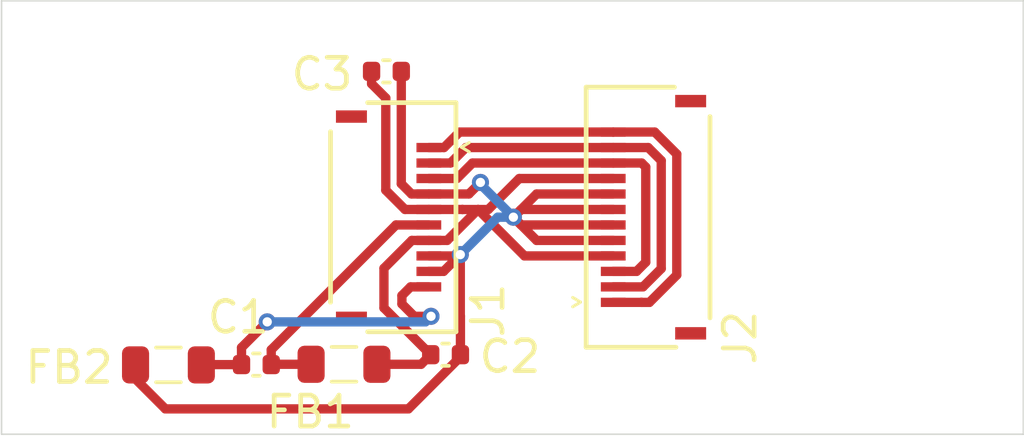
<source format=kicad_pcb>
(kicad_pcb (version 20241229) (generator "pcbnew") (generator_version "9.0")
  (title_block (title "Daughterboard") (date "2024-07-26") (rev "4"))
  (layers (0 "F.Cu" signal) (2 "B.Cu" signal) (13 "F.Paste" user) (15 "B.Paste" user) (5 "F.SilkS" user "F.Silkscreen") (7 "B.SilkS" user "B.Silkscreen") (1 "F.Mask" user) (3 "B.Mask" user) (25 "Edge.Cuts" user))
  (net 0 "")
  (net 1 "/VDDA")
  (net 2 "/VSSA")
  (net 3 "GND")
  (net 4 "/VDD")
  (net 5 "/SPI_CS")
  (net 6 "/SPI_SDI")
  (net 7 "/SPI_CLK")
  (footprint "Capacitor_SMD:C_0402_1005Metric" (layer "F.Cu") (at 119.72 103.87)
    (property "Reference" "C2" (at 2.08 0.06 0) (layer "F.SilkS"))
    (property "Value" "1u")
    (fp_line (start -0.107836 -0.36) (end 0.107836 -0.36) (stroke (width 0.12)) (layer "F.SilkS"))
    (fp_line (start -0.107836 0.36) (end 0.107836 0.36) (stroke (width 0.12)) (layer "F.SilkS"))
    (pad "1" smd roundrect (at -0.48 0) (size 0.56 0.62) (layers "F.Cu" "F.Mask" "F.Paste") (net 4 "/VDD"))
    (pad "2" smd roundrect (at 0.48 0) (size 0.56 0.62) (layers "F.Cu" "F.Mask" "F.Paste") (net 3 "GND"))
  )
  (footprint "Capacitor_SMD:C_0402_1005Metric" (layer "F.Cu") (at 113.61 104.19)
    (property "Reference" "C1" (at -0.59 -1.53 0) (layer "F.SilkS"))
    (property "Value" "1u")
    (fp_line (start -0.107836 -0.36) (end 0.107836 -0.36) (stroke (width 0.12)) (layer "F.SilkS"))
    (fp_line (start -0.107836 0.36) (end 0.107836 0.36) (stroke (width 0.12)) (layer "F.SilkS"))
    (pad "1" smd roundrect (at -0.48 0) (size 0.56 0.62) (layers "F.Cu" "F.Mask" "F.Paste") (net 2 "/VSSA"))
    (pad "2" smd roundrect (at 0.48 0) (size 0.56 0.62) (layers "F.Cu" "F.Mask" "F.Paste") (net 1 "/VDDA"))
  )
  (footprint "Inductor_SMD:L_0805_2012Metric" (layer "F.Cu") (at 116.44 104.18 180)
    (property "Reference" "FB1" (at 1.09 -1.54 0) (layer "F.SilkS"))
    (property "Value" "2k7")
    (fp_line (start -0.399622 0.56) (end 0.399622 0.56) (stroke (width 0.12)) (layer "F.SilkS"))
    (fp_line (start -0.399622 -0.56) (end 0.399622 -0.56) (stroke (width 0.12)) (layer "F.SilkS"))
    (pad "1" smd roundrect (at -1.0625 0 180) (size 0.875 1.2) (layers "F.Cu" "F.Mask" "F.Paste") (net 4 "/VDD"))
    (pad "2" smd roundrect (at 1.0625 0 180) (size 0.875 1.2) (layers "F.Cu" "F.Mask" "F.Paste") (net 1 "/VDDA"))
  )
  (footprint "Connector_Hirose:Conn-FPC_Hirose-FH34SRJ-12S-0-5SH-50" (layer "F.Cu") (at 126.16 99.43 90)
    (property "Reference" "J2" (at -3.89 3.07 90) (layer "F.SilkS"))
    (property "Value" "FH34SRJ-12S-0-5SH-50" (hide yes))
    (fp_line (start -2.892 -2.333) (end -2.742 -2.083) (stroke (width 0.1)) (layer "F.SilkS"))
    (fp_line (start -2.742 -2.083) (end -2.592 -2.333) (stroke (width 0.1)) (layer "F.SilkS"))
    (fp_line (start 4.2 -1.9) (end -4.2 -1.9) (stroke (width 0.1524)) (layer "F.SilkS"))
    (fp_line (start -4.2 -1.9) (end -4.2 1) (stroke (width 0.1524)) (layer "F.SilkS"))
    (fp_line (start 4.2 0.95) (end 4.2 -1.9) (stroke (width 0.1524)) (layer "F.SilkS"))
    (fp_line (start -3.25 2.1) (end 3.25 2.1) (stroke (width 0.1524)) (layer "F.SilkS"))
    (pad "1" smd rect (at -2.75 -1.025 90) (size 0.3 0.8) (layers "F.Cu" "F.Mask" "F.Paste") (net 7 "/SPI_CLK"))
    (pad "2" smd rect (at -2.25 -1.025 90) (size 0.3 0.8) (layers "F.Cu" "F.Mask" "F.Paste") (net 6 "/SPI_SDI"))
    (pad "3" smd rect (at -1.75 -1.025 90) (size 0.3 0.8) (layers "F.Cu" "F.Mask" "F.Paste") (net 5 "/SPI_CS"))
    (pad "4" smd rect (at -1.25 -1.025 90) (size 0.3 0.8) (layers "F.Cu" "F.Mask" "F.Paste") (net 4 "/VDD"))
    (pad "5" smd rect (at -0.75 -1.025 90) (size 0.3 0.8) (layers "F.Cu" "F.Mask" "F.Paste") (net 3 "GND"))
    (pad "6" smd rect (at -0.25 -1.025 90) (size 0.3 0.8) (layers "F.Cu" "F.Mask" "F.Paste") (net 3 "GND"))
    (pad "7" smd rect (at 0.25 -1.025 90) (size 0.3 0.8) (layers "F.Cu" "F.Mask" "F.Paste") (net 3 "GND"))
    (pad "8" smd rect (at 0.75 -1.025 90) (size 0.3 0.8) (layers "F.Cu" "F.Mask" "F.Paste") (net 3 "GND"))
    (pad "9" smd rect (at 1.25 -1.025 90) (size 0.3 0.8) (layers "F.Cu" "F.Mask" "F.Paste") (net 4 "/VDD"))
    (pad "10" smd rect (at 1.75 -1.025 90) (size 0.3 0.8) (layers "F.Cu" "F.Mask" "F.Paste") (net 5 "/SPI_CS"))
    (pad "11" smd rect (at 2.25 -1.025 90) (size 0.3 0.8) (layers "F.Cu" "F.Mask" "F.Paste") (net 6 "/SPI_SDI"))
    (pad "12" smd rect (at 2.75 -1.025 90) (size 0.3 0.8) (layers "F.Cu" "F.Mask" "F.Paste") (net 7 "/SPI_CLK"))
    (pad "MP" smd rect (at -3.75 1.475 90) (size 0.4 1) (layers "F.Cu" "F.Mask" "F.Paste"))
    (pad "MP" smd rect (at 3.75 1.475 90) (size 0.4 1) (layers "F.Cu" "F.Mask" "F.Paste"))
  )
  (footprint "Connector_Hirose:Conn-FPC_Hirose-FH34SRJ-10S-0-5SH-50" (layer "F.Cu") (at 118.155 99.43 -90)
    (property "Reference" "J1" (at 3.01 -2.935 90) (layer "F.SilkS"))
    (property "Value" "FH34SRJ-10S-0-5SH-50" (hide yes))
    (fp_line (start -2.762317 2.149624) (end 2.745517 2.149624) (stroke (width 0.1524)) (layer "F.SilkS"))
    (fp_line (start 3.7 0.95) (end 3.7 -1.9) (stroke (width 0.1524)) (layer "F.SilkS"))
    (fp_line (start -3.7 -1.9) (end -3.7 0.95) (stroke (width 0.1524)) (layer "F.SilkS"))
    (fp_line (start 3.7 -1.9) (end -3.7 -1.9) (stroke (width 0.1524)) (layer "F.SilkS"))
    (fp_line (start -2.26 -2.08) (end -2.11 -2.33) (stroke (width 0.1)) (layer "F.SilkS"))
    (fp_line (start -2.41 -2.33) (end -2.26 -2.08) (stroke (width 0.1)) (layer "F.SilkS"))
    (pad "1" smd rect (at -2.25 -1.025 270) (size 0.3 0.8) (layers "F.Cu" "F.Mask" "F.Paste") (net 7 "/SPI_CLK"))
    (pad "2" smd rect (at -1.75 -1.025 270) (size 0.3 0.8) (layers "F.Cu" "F.Mask" "F.Paste") (net 6 "/SPI_SDI"))
    (pad "3" smd rect (at -1.25 -1.025 270) (size 0.3 0.8) (layers "F.Cu" "F.Mask" "F.Paste") (net 5 "/SPI_CS"))
    (pad "4" smd rect (at -0.75 -1.025 270) (size 0.3 0.8) (layers "F.Cu" "F.Mask" "F.Paste") (net 3 "GND"))
    (pad "5" smd rect (at -0.25 -1.025 270) (size 0.3 0.8) (layers "F.Cu" "F.Mask" "F.Paste") (net 4 "/VDD"))
    (pad "6" smd rect (at 0.25 -1.025 270) (size 0.3 0.8) (layers "F.Cu" "F.Mask" "F.Paste") (net 1 "/VDDA"))
    (pad "7" smd rect (at 0.75 -1.025 270) (size 0.3 0.8) (layers "F.Cu" "F.Mask" "F.Paste") (net 4 "/VDD"))
    (pad "8" smd rect (at 1.25 -1.025 270) (size 0.3 0.8) (layers "F.Cu" "F.Mask" "F.Paste") (net 3 "GND"))
    (pad "9" smd rect (at 1.75 -1.025 270) (size 0.3 0.8) (layers "F.Cu" "F.Mask" "F.Paste") (net 3 "GND"))
    (pad "10" smd rect (at 2.25 -1.025 270) (size 0.3 0.8) (layers "F.Cu" "F.Mask" "F.Paste") (net 2 "/VSSA"))
    (pad "MP" smd rect (at -3.25 1.475 270) (size 0.4 1) (layers "F.Cu" "F.Mask" "F.Paste"))
    (pad "MP" smd rect (at 3.25 1.475 270) (size 0.4 1) (layers "F.Cu" "F.Mask" "F.Paste"))
  )
  (footprint "Inductor_SMD:L_0805_2012Metric" (layer "F.Cu") (at 110.77 104.2 180)
    (property "Reference" "FB2" (at 3.21 -0.08 0) (layer "F.SilkS"))
    (property "Value" "2k7")
    (fp_line (start -0.399622 0.56) (end 0.399622 0.56) (stroke (width 0.12)) (layer "F.SilkS"))
    (fp_line (start -0.399622 -0.56) (end 0.399622 -0.56) (stroke (width 0.12)) (layer "F.SilkS"))
    (pad "1" smd roundrect (at -1.0625 0 180) (size 0.875 1.2) (layers "F.Cu" "F.Mask" "F.Paste") (net 2 "/VSSA"))
    (pad "2" smd roundrect (at 1.0625 0 180) (size 0.875 1.2) (layers "F.Cu" "F.Mask" "F.Paste") (net 3 "GND"))
  )
  (footprint "Capacitor_SMD:C_0402_1005Metric" (layer "F.Cu") (at 117.81 94.72)
    (property "Reference" "C3" (at -2.08 0.09 0) (layer "F.SilkS"))
    (property "Value" "560")
    (fp_line (start -0.107836 -0.36) (end 0.107836 -0.36) (stroke (width 0.12)) (layer "F.SilkS"))
    (fp_line (start -0.107836 0.36) (end 0.107836 0.36) (stroke (width 0.12)) (layer "F.SilkS"))
    (pad "1" smd roundrect (at -0.48 0) (size 0.56 0.62) (layers "F.Cu" "F.Mask" "F.Paste") (net 4 "/VDD"))
    (pad "2" smd roundrect (at 0.48 0) (size 0.56 0.62) (layers "F.Cu" "F.Mask" "F.Paste") (net 3 "GND"))
  )
  (gr_rect (start 105.38 92.44) (end 138.38 106.44) (stroke (width 0.05)) (fill no) (layer "Edge.Cuts"))
  (segment (start 115.3775 104.18) (end 114.1 104.18) (width 0.3) (layer "F.Cu") (net 1))
  (segment (start 114.09 104.19) (end 114.09 103.71) (width 0.3) (layer "F.Cu") (net 1))
  (segment (start 118.12 99.68) (end 119.18 99.68) (width 0.3) (layer "F.Cu") (net 1))
  (segment (start 114.1 104.18) (end 114.09 104.19) (width 0.3) (layer "F.Cu") (net 1))
  (segment (start 114.09 103.71) (end 118.12 99.68) (width 0.3) (layer "F.Cu") (net 1))
  (segment (start 118.31 102.23148) (end 118.70852 102.63) (width 0.3) (layer "F.Cu") (net 2))
  (segment (start 111.8425 104.19) (end 111.8325 104.2) (width 0.3) (layer "F.Cu") (net 2))
  (segment (start 118.70852 102.63) (end 119.25 102.63) (width 0.3) (layer "F.Cu") (net 2))
  (segment (start 119.18 101.68) (end 118.59 101.68) (width 0.3) (layer "F.Cu") (net 2))
  (segment (start 118.31 101.96) (end 118.31 102.23148) (width 0.3) (layer "F.Cu") (net 2))
  (segment (start 113.13 103.64) (end 113.96 102.81) (width 0.3) (layer "F.Cu") (net 2))
  (segment (start 118.59 101.68) (end 118.31 101.96) (width 0.3) (layer "F.Cu") (net 2))
  (segment (start 113.13 104.19) (end 113.13 103.64) (width 0.3) (layer "F.Cu") (net 2))
  (segment (start 113.13 104.19) (end 111.8425 104.19) (width 0.3) (layer "F.Cu") (net 2))
  (via (at 113.96 102.81) (size 0.55) (drill 0.3) (layers "F.Cu" "B.Cu") (net 2))
  (via (at 119.25 102.63) (size 0.55) (drill 0.3) (layers "F.Cu" "B.Cu") (net 2))
  (segment (start 113.96 102.81) (end 119.07 102.81) (width 0.3) (layer "B.Cu") (net 2))
  (segment (start 119.07 102.81) (end 119.25 102.63) (width 0.3) (layer "B.Cu") (net 2))
  (segment (start 120.472404 98.68) (end 120.846202 98.306202) (width 0.3) (layer "F.Cu") (net 3))
  (segment (start 120.2 103.87) (end 120.2 102.617762) (width 0.3) (layer "F.Cu") (net 3))
  (segment (start 120.153267 100.681) (end 119.18 100.681) (width 0.3) (layer "F.Cu") (net 3))
  (segment (start 120.2 103.94) (end 118.52 105.62) (width 0.3) (layer "F.Cu") (net 3))
  (segment (start 120.2 103.87) (end 120.2 103.94) (width 0.3) (layer "F.Cu") (net 3))
  (segment (start 125.135 98.68) (end 122.66 98.68) (width 0.3) (layer "F.Cu") (net 3))
  (segment (start 122.66 100.18) (end 121.91 99.43) (width 0.3) (layer "F.Cu") (net 3))
  (segment (start 119.18 98.68) (end 118.62 98.68) (width 0.3) (layer "F.Cu") (net 3))
  (segment (start 122.66 98.68) (end 121.91 99.43) (width 0.3) (layer "F.Cu") (net 3))
  (segment (start 125.135 100.18) (end 122.66 100.18) (width 0.3) (layer "F.Cu") (net 3))
  (segment (start 118.29 98.35) (end 118.29 94.72) (width 0.3) (layer "F.Cu") (net 3))
  (segment (start 119.18 98.68) (end 120.472404 98.68) (width 0.3) (layer "F.Cu") (net 3))
  (segment (start 125.135 99.18) (end 122.16 99.18) (width 0.3) (layer "F.Cu") (net 3))
  (segment (start 118.62 98.68) (end 118.29 98.35) (width 0.3) (layer "F.Cu") (net 3))
  (segment (start 120.2 102.617762) (end 120.196119 102.613881) (width 0.3) (layer "F.Cu") (net 3))
  (segment (start 122.16 99.18) (end 121.91 99.43) (width 0.3) (layer "F.Cu") (net 3))
  (segment (start 125.135 99.68) (end 122.16 99.68) (width 0.3) (layer "F.Cu") (net 3))
  (segment (start 119.654267 101.18) (end 120.196119 100.638148) (width 0.3) (layer "F.Cu") (net 3))
  (segment (start 122.16 99.68) (end 121.91 99.43) (width 0.3) (layer "F.Cu") (net 3))
  (segment (start 120.196119 102.613881) (end 120.196119 100.638148) (width 0.3) (layer "F.Cu") (net 3))
  (segment (start 110.67 105.62) (end 109.7075 104.6575) (width 0.3) (layer "F.Cu") (net 3))
  (segment (start 118.52 105.62) (end 110.67 105.62) (width 0.3) (layer "F.Cu") (net 3))
  (segment (start 109.7075 104.6575) (end 109.7075 104.2) (width 0.3) (layer "F.Cu") (net 3))
  (segment (start 119.18 101.18) (end 119.654267 101.18) (width 0.3) (layer "F.Cu") (net 3))
  (segment (start 120.196119 100.638148) (end 120.153267 100.681) (width 0.3) (layer "F.Cu") (net 3))
  (via (at 121.91 99.43) (size 0.55) (drill 0.3) (layers "F.Cu" "B.Cu") (net 3))
  (via (at 120.846202 98.306202) (size 0.55) (drill 0.3) (layers "F.Cu" "B.Cu") (net 3))
  (via (at 120.196119 100.638148) (size 0.55) (drill 0.3) (layers "F.Cu" "B.Cu") (net 3))
  (segment (start 120.846202 98.306202) (end 120.846202 98.366202) (width 0.3) (layer "B.Cu") (net 3))
  (segment (start 120.846202 98.366202) (end 121.91 99.43) (width 0.3) (layer "B.Cu") (net 3))
  (segment (start 121.404267 99.43) (end 120.196119 100.638148) (width 0.3) (layer "B.Cu") (net 3))
  (segment (start 121.91 99.43) (end 121.404267 99.43) (width 0.3) (layer "B.Cu") (net 3))
  (segment (start 125.135 100.68) (end 122.269 100.68) (width 0.3) (layer "F.Cu") (net 4))
  (segment (start 120.263884 99.18) (end 120.264884 99.181) (width 0.3) (layer "F.Cu") (net 4))
  (segment (start 119.18 99.18) (end 120.263884 99.18) (width 0.3) (layer "F.Cu") (net 4))
  (segment (start 119.18 100.18) (end 119.771 100.18) (width 0.3) (layer "F.Cu") (net 4))
  (segment (start 118.41 99.18) (end 117.789 98.559) (width 0.3) (layer "F.Cu") (net 4))
  (segment (start 122.1 98.18) (end 125.135 98.18) (width 0.3) (layer "F.Cu") (net 4))
  (segment (start 117.73 101.08) (end 117.73 102.36) (width 0.3) (layer "F.Cu") (net 4))
  (segment (start 118.93 104.18) (end 119.24 103.87) (width 0.3) (layer "F.Cu") (net 4))
  (segment (start 117.789 98.559) (end 117.789 95.58) (width 0.3) (layer "F.Cu") (net 4))
  (segment (start 117.73 102.36) (end 119.24 103.87) (width 0.3) (layer "F.Cu") (net 4))
  (segment (start 117.5025 104.18) (end 118.93 104.18) (width 0.3) (layer "F.Cu") (net 4))
  (segment (start 122.269 100.68) (end 120.77 99.181) (width 0.3) (layer "F.Cu") (net 4))
  (segment (start 119.771 100.18) (end 120.77 99.181) (width 0.3) (layer "F.Cu") (net 4))
  (segment (start 118.63 100.18) (end 117.73 101.08) (width 0.3) (layer "F.Cu") (net 4))
  (segment (start 117.789 95.58) (end 117.33 95.121) (width 0.3) (layer "F.Cu") (net 4))
  (segment (start 119.18 100.18) (end 118.63 100.18) (width 0.3) (layer "F.Cu") (net 4))
  (segment (start 117.33 95.121) (end 117.33 94.72) (width 0.3) (layer "F.Cu") (net 4))
  (segment (start 120.77 99.181) (end 121.099 99.181) (width 0.3) (layer "F.Cu") (net 4))
  (segment (start 119.18 99.18) (end 118.41 99.18) (width 0.3) (layer "F.Cu") (net 4))
  (segment (start 120.264884 99.181) (end 120.77 99.181) (width 0.3) (layer "F.Cu") (net 4))
  (segment (start 121.099 99.181) (end 122.1 98.18) (width 0.3) (layer "F.Cu") (net 4))
  (segment (start 119.18 98.18) (end 120.08852 98.18) (width 0.3) (layer "F.Cu") (net 5))
  (segment (start 126.055 97.68) (end 126.185 97.81) (width 0.3) (layer "F.Cu") (net 5))
  (segment (start 125.887 101.18) (end 125.135 101.18) (width 0.3) (layer "F.Cu") (net 5))
  (segment (start 126.185 97.81) (end 126.185 100.882) (width 0.3) (layer "F.Cu") (net 5))
  (segment (start 120.58852 97.68) (end 125.135 97.68) (width 0.3) (layer "F.Cu") (net 5))
  (segment (start 126.185 100.882) (end 125.887 101.18) (width 0.3) (layer "F.Cu") (net 5))
  (segment (start 125.135 97.68) (end 126.055 97.68) (width 0.3) (layer "F.Cu") (net 5))
  (segment (start 120.08852 98.18) (end 120.58852 97.68) (width 0.3) (layer "F.Cu") (net 5))
  (segment (start 120.38 97.18) (end 125.135 97.18) (width 0.3) (layer "F.Cu") (net 6))
  (segment (start 126.685479 97.601959) (end 126.685479 101.089521) (width 0.3) (layer "F.Cu") (net 6))
  (segment (start 125.135 97.18) (end 126.26352 97.18) (width 0.3) (layer "F.Cu") (net 6))
  (segment (start 119.18 97.68) (end 119.88 97.68) (width 0.3) (layer "F.Cu") (net 6))
  (segment (start 126.685479 101.089521) (end 126.095 101.68) (width 0.3) (layer "F.Cu") (net 6))
  (segment (start 126.095 101.68) (end 125.135 101.68) (width 0.3) (layer "F.Cu") (net 6))
  (segment (start 126.26352 97.18) (end 126.685479 97.601959) (width 0.3) (layer "F.Cu") (net 6))
  (segment (start 119.88 97.68) (end 120.38 97.18) (width 0.3) (layer "F.Cu") (net 6))
  (segment (start 127.186479 97.391479) (end 127.186479 101.297041) (width 0.3) (layer "F.Cu") (net 7))
  (segment (start 126.045 102.181) (end 126.044 102.18) (width 0.3) (layer "F.Cu") (net 7))
  (segment (start 119.67 97.18) (end 120.17 96.68) (width 0.3) (layer "F.Cu") (net 7))
  (segment (start 119.18 97.18) (end 119.67 97.18) (width 0.3) (layer "F.Cu") (net 7))
  (segment (start 125.135 96.68) (end 125.136 96.679) (width 0.3) (layer "F.Cu") (net 7))
  (segment (start 126.30252 102.181) (end 126.045 102.181) (width 0.3) (layer "F.Cu") (net 7))
  (segment (start 126.474 96.679) (end 127.186479 97.391479) (width 0.3) (layer "F.Cu") (net 7))
  (segment (start 126.044 102.18) (end 125.135 102.18) (width 0.3) (layer "F.Cu") (net 7))
  (segment (start 120.17 96.68) (end 125.135 96.68) (width 0.3) (layer "F.Cu") (net 7))
  (segment (start 127.186479 101.297041) (end 126.30252 102.181) (width 0.3) (layer "F.Cu") (net 7))
  (segment (start 125.136 96.679) (end 126.474 96.679) (width 0.3) (layer "F.Cu") (net 7))
)
</source>
